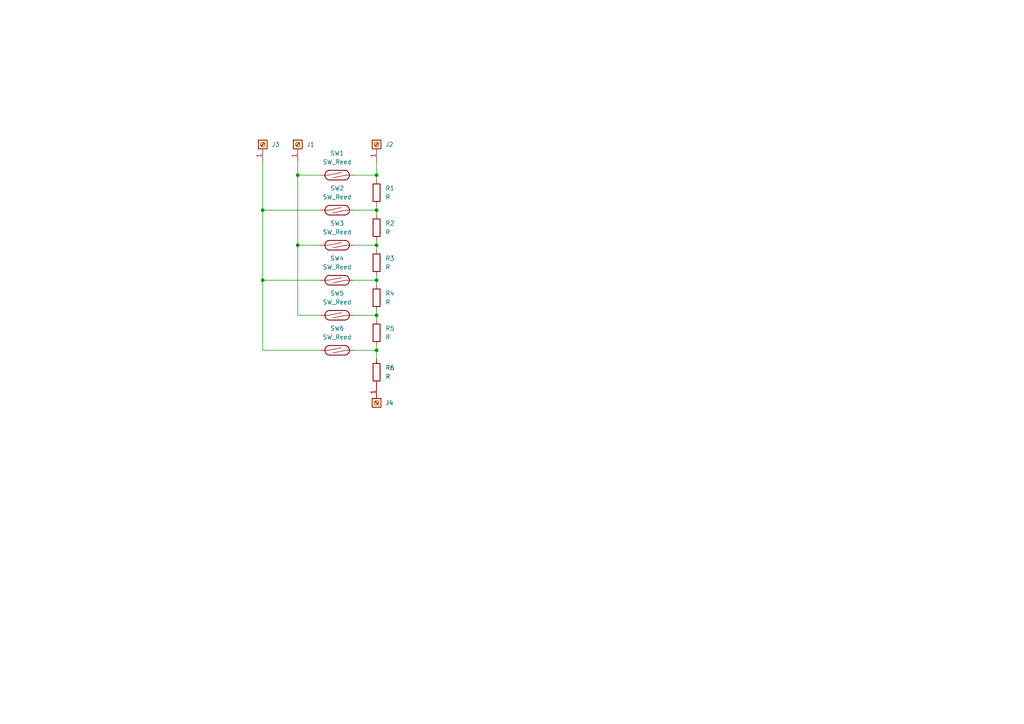
<source format=kicad_sch>
(kicad_sch (version 20211123) (generator eeschema)
  (paper "A4")
  (lib_symbols
    (symbol "Connector:Screw_Terminal_01x01" (pin_names (offset 1.016) hide)
      (property "Reference" "J" (at 0 2.54 0))
      (property "Value" "Screw_Terminal_01x01" (at 0 -2.54 0))
      (symbol "Screw_Terminal_01x01_1_1"
        (rectangle (start -1.27 1.27) (end 1.27 -1.27) (stroke (width 0.254)) (fill (type background)))
        (polyline (pts (xy -0.5334 0.3302) (xy 0.3302 -0.508)) (stroke (width 0.1524)))
        (polyline (pts (xy -0.3556 0.508) (xy 0.508 -0.3302)) (stroke (width 0.1524)))
        (circle (center 0 0) (radius 0.635) (stroke (width 0.1524)))
        (pin passive line (at -5.08 0 0) (length 3.81) (name "Pin_1") (number "1"))
      )
    )
    (symbol "Device:R" (pin_numbers hide) (pin_names (offset 0))
      (property "Reference" "R" (at 2.032 0 90))
      (property "Value" "R" (at 0 0 90))
      (symbol "R_0_1"
        (rectangle (start -1.016 -2.54) (end 1.016 2.54) (stroke (width 0.254)))
      )
      (symbol "R_1_1"
        (pin passive line (at 0 3.81 270) (length 1.27) (name "~") (number "1"))
        (pin passive line (at 0 -3.81 90) (length 1.27) (name "~") (number "2"))
      )
    )
    (symbol "Switch:SW_Reed" (pin_numbers hide) (pin_names (offset 0) hide)
      (property "Reference" "SW" (at 0 2.54 0))
      (property "Value" "SW_Reed" (at 0 -2.54 0))
      (symbol "SW_Reed_0_0"
        (arc (start -2.159 1.397) (mid -3.556 0) (end -2.159 -1.397) (stroke (width 0.254)))
        (polyline (pts (xy -2.54 0) (xy 1.27 0.762)))
        (polyline (pts (xy -2.159 -1.397) (xy 2.286 -1.397)) (stroke (width 0.254)))
        (polyline (pts (xy 2.159 1.397) (xy -2.159 1.397)) (stroke (width 0.254)))
        (polyline (pts (xy 2.54 0) (xy -1.27 -0.762)))
        (arc (start 2.159 -1.397) (mid 3.556 0) (end 2.159 1.397) (stroke (width 0.254)))
      )
      (symbol "SW_Reed_1_1"
        (pin passive line (at -5.08 0 0) (length 2.54) (name "1") (number "1"))
        (pin passive line (at 5.08 0 180) (length 2.54) (name "2") (number "2"))
      )
    )
  )
  (junction (at 76.2 81.28))
  (junction (at 86.36 50.8))
  (junction (at 109.22 60.96))
  (junction (at 109.22 81.28))
  (junction (at 109.22 71.12))
  (junction (at 76.2 60.96))
  (junction (at 109.22 50.8))
  (junction (at 109.22 101.6))
  (junction (at 109.22 91.44))
  (junction (at 86.36 71.12))
  (wire (pts (xy 109.22 100.33) (xy 109.22 101.6)))
  (wire (pts (xy 109.22 71.12) (xy 109.22 72.39)))
  (wire (pts (xy 76.2 101.6) (xy 92.71 101.6)))
  (wire (pts (xy 102.87 101.6) (xy 109.22 101.6)))
  (wire (pts (xy 102.87 71.12) (xy 109.22 71.12)))
  (wire (pts (xy 102.87 91.44) (xy 109.22 91.44)))
  (wire (pts (xy 76.2 46.99) (xy 76.2 60.96)))
  (wire (pts (xy 76.2 81.28) (xy 92.71 81.28)))
  (wire (pts (xy 109.22 90.17) (xy 109.22 91.44)))
  (wire (pts (xy 76.2 60.96) (xy 92.71 60.96)))
  (wire (pts (xy 76.2 60.96) (xy 76.2 81.28)))
  (wire (pts (xy 109.22 81.28) (xy 109.22 82.55)))
  (wire (pts (xy 109.22 60.96) (xy 109.22 62.23)))
  (wire (pts (xy 109.22 101.6) (xy 109.22 104.14)))
  (wire (pts (xy 86.36 71.12) (xy 86.36 91.44)))
  (wire (pts (xy 109.22 59.69) (xy 109.22 60.96)))
  (wire (pts (xy 109.22 46.99) (xy 109.22 50.8)))
  (wire (pts (xy 102.87 81.28) (xy 109.22 81.28)))
  (wire (pts (xy 109.22 91.44) (xy 109.22 92.71)))
  (wire (pts (xy 86.36 50.8) (xy 92.71 50.8)))
  (wire (pts (xy 86.36 91.44) (xy 92.71 91.44)))
  (wire (pts (xy 76.2 81.28) (xy 76.2 101.6)))
  (wire (pts (xy 109.22 50.8) (xy 109.22 52.07)))
  (wire (pts (xy 102.87 50.8) (xy 109.22 50.8)))
  (wire (pts (xy 102.87 60.96) (xy 109.22 60.96)))
  (wire (pts (xy 86.36 50.8) (xy 86.36 46.99)))
  (wire (pts (xy 109.22 69.85) (xy 109.22 71.12)))
  (wire (pts (xy 86.36 71.12) (xy 92.71 71.12)))
  (wire (pts (xy 86.36 50.8) (xy 86.36 71.12)))
  (wire (pts (xy 109.22 80.01) (xy 109.22 81.28)))
  (symbol (lib_id "Device:R") (at 109.22 55.88 180) (unit 1)
    (property "Reference" "R1" (at 111.76 54.6099 0) (effects (justify right)))
    (property "Value" "R" (at 111.76 57.1499 0) (effects (justify right)))
  )
  (symbol (lib_id "Connector:Screw_Terminal_01x01") (at 109.22 41.91 90) (unit 1)
    (property "Reference" "J2" (at 111.76 41.9099 90) (effects (justify right)))
    (property "Value" "Screw_Terminal_01x01" (effects hide))
  )
  (symbol (lib_id "Device:R") (at 109.22 107.95 180) (unit 1)
    (property "Reference" "R6" (at 111.76 106.6799 0) (effects (justify right)))
    (property "Value" "R" (at 111.76 109.2199 0) (effects (justify right)))
  )
  (symbol (lib_id "Switch:SW_Reed") (at 97.79 50.8 180) (unit 1)
    (property "Reference" "SW1" (at 97.79 44.45 0))
    (property "Value" "SW_Reed" (at 97.79 46.99 0))
  )
  (symbol (lib_id "Device:R") (at 109.22 86.36 180) (unit 1)
    (property "Reference" "R4" (at 111.76 85.0899 0) (effects (justify right)))
    (property "Value" "R" (at 111.76 87.6299 0) (effects (justify right)))
  )
  (symbol (lib_id "Connector:Screw_Terminal_01x01") (at 109.22 116.84 90) (mirror x) (unit 1)
    (property "Reference" "J4" (at 111.76 116.8399 90) (effects (justify right)))
    (property "Value" "Screw_Terminal_01x01" (effects hide))
  )
  (symbol (lib_id "Connector:Screw_Terminal_01x01") (at 76.2 41.91 90) (unit 1)
    (property "Reference" "J3" (at 78.74 41.9099 90) (effects (justify right)))
    (property "Value" "Screw_Terminal_01x01" (effects hide))
  )
  (symbol (lib_id "Connector:Screw_Terminal_01x01") (at 86.36 41.91 90) (unit 1)
    (property "Reference" "J1" (at 88.9 41.9099 90) (effects (justify right)))
    (property "Value" "Screw_Terminal_01x01" (effects hide))
  )
  (symbol (lib_id "Device:R") (at 109.22 96.52 180) (unit 1)
    (property "Reference" "R5" (at 111.76 95.2499 0) (effects (justify right)))
    (property "Value" "R" (at 111.76 97.7899 0) (effects (justify right)))
  )
  (symbol (lib_id "Device:R") (at 109.22 76.2 180) (unit 1)
    (property "Reference" "R3" (at 111.76 74.9299 0) (effects (justify right)))
    (property "Value" "R" (at 111.76 77.4699 0) (effects (justify right)))
  )
  (symbol (lib_id "Switch:SW_Reed") (at 97.79 91.44 180) (unit 1)
    (property "Reference" "SW5" (at 97.79 85.09 0))
    (property "Value" "SW_Reed" (at 97.79 87.63 0))
  )
  (symbol (lib_id "Switch:SW_Reed") (at 97.79 101.6 180) (unit 1)
    (property "Reference" "SW6" (at 97.79 95.25 0))
    (property "Value" "SW_Reed" (at 97.79 97.79 0))
  )
  (symbol (lib_id "Switch:SW_Reed") (at 97.79 71.12 180) (unit 1)
    (property "Reference" "SW3" (at 97.79 64.77 0))
    (property "Value" "SW_Reed" (at 97.79 67.31 0))
  )
  (symbol (lib_id "Device:R") (at 109.22 66.04 180) (unit 1)
    (property "Reference" "R2" (at 111.76 64.7699 0) (effects (justify right)))
    (property "Value" "R" (at 111.76 67.3099 0) (effects (justify right)))
  )
  (symbol (lib_id "Switch:SW_Reed") (at 97.79 81.28 180) (unit 1)
    (property "Reference" "SW4" (at 97.79 74.93 0))
    (property "Value" "SW_Reed" (at 97.79 77.47 0))
  )
  (symbol (lib_id "Switch:SW_Reed") (at 97.79 60.96 180) (unit 1)
    (property "Reference" "SW2" (at 97.79 54.61 0))
    (property "Value" "SW_Reed" (at 97.79 57.15 0))
  )
)
</source>
